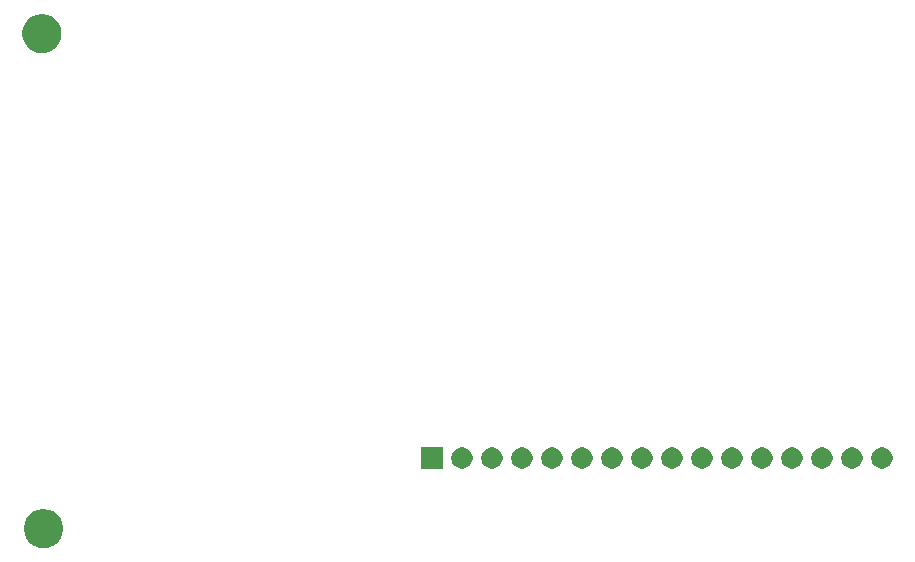
<source format=gbr>
G04 #@! TF.GenerationSoftware,KiCad,Pcbnew,(5.1.5)-3*
G04 #@! TF.CreationDate,2020-05-02T01:09:43+02:00*
G04 #@! TF.ProjectId,inkplateclone,696e6b70-6c61-4746-9563-6c6f6e652e6b,rev?*
G04 #@! TF.SameCoordinates,Original*
G04 #@! TF.FileFunction,Soldermask,Bot*
G04 #@! TF.FilePolarity,Negative*
%FSLAX46Y46*%
G04 Gerber Fmt 4.6, Leading zero omitted, Abs format (unit mm)*
G04 Created by KiCad (PCBNEW (5.1.5)-3) date 2020-05-02 01:09:43*
%MOMM*%
%LPD*%
G04 APERTURE LIST*
%ADD10C,0.100000*%
G04 APERTURE END LIST*
D10*
G36*
X61716256Y-109706798D02*
G01*
X61822579Y-109727947D01*
X62123042Y-109852403D01*
X62393451Y-110033085D01*
X62623415Y-110263049D01*
X62804097Y-110533458D01*
X62928553Y-110833921D01*
X62992000Y-111152891D01*
X62992000Y-111478109D01*
X62928553Y-111797079D01*
X62804097Y-112097542D01*
X62623415Y-112367951D01*
X62393451Y-112597915D01*
X62123042Y-112778597D01*
X61822579Y-112903053D01*
X61716256Y-112924202D01*
X61503611Y-112966500D01*
X61178389Y-112966500D01*
X60965744Y-112924202D01*
X60859421Y-112903053D01*
X60558958Y-112778597D01*
X60288549Y-112597915D01*
X60058585Y-112367951D01*
X59877903Y-112097542D01*
X59753447Y-111797079D01*
X59690000Y-111478109D01*
X59690000Y-111152891D01*
X59753447Y-110833921D01*
X59877903Y-110533458D01*
X60058585Y-110263049D01*
X60288549Y-110033085D01*
X60558958Y-109852403D01*
X60859421Y-109727947D01*
X60965744Y-109706798D01*
X61178389Y-109664500D01*
X61503611Y-109664500D01*
X61716256Y-109706798D01*
G37*
G36*
X96887512Y-104450427D02*
G01*
X97036812Y-104480124D01*
X97200784Y-104548044D01*
X97348354Y-104646647D01*
X97473853Y-104772146D01*
X97572456Y-104919716D01*
X97640376Y-105083688D01*
X97675000Y-105257759D01*
X97675000Y-105435241D01*
X97640376Y-105609312D01*
X97572456Y-105773284D01*
X97473853Y-105920854D01*
X97348354Y-106046353D01*
X97200784Y-106144956D01*
X97036812Y-106212876D01*
X96887512Y-106242573D01*
X96862742Y-106247500D01*
X96685258Y-106247500D01*
X96660488Y-106242573D01*
X96511188Y-106212876D01*
X96347216Y-106144956D01*
X96199646Y-106046353D01*
X96074147Y-105920854D01*
X95975544Y-105773284D01*
X95907624Y-105609312D01*
X95873000Y-105435241D01*
X95873000Y-105257759D01*
X95907624Y-105083688D01*
X95975544Y-104919716D01*
X96074147Y-104772146D01*
X96199646Y-104646647D01*
X96347216Y-104548044D01*
X96511188Y-104480124D01*
X96660488Y-104450427D01*
X96685258Y-104445500D01*
X96862742Y-104445500D01*
X96887512Y-104450427D01*
G37*
G36*
X95135000Y-106247500D02*
G01*
X93333000Y-106247500D01*
X93333000Y-104445500D01*
X95135000Y-104445500D01*
X95135000Y-106247500D01*
G37*
G36*
X132447512Y-104450427D02*
G01*
X132596812Y-104480124D01*
X132760784Y-104548044D01*
X132908354Y-104646647D01*
X133033853Y-104772146D01*
X133132456Y-104919716D01*
X133200376Y-105083688D01*
X133235000Y-105257759D01*
X133235000Y-105435241D01*
X133200376Y-105609312D01*
X133132456Y-105773284D01*
X133033853Y-105920854D01*
X132908354Y-106046353D01*
X132760784Y-106144956D01*
X132596812Y-106212876D01*
X132447512Y-106242573D01*
X132422742Y-106247500D01*
X132245258Y-106247500D01*
X132220488Y-106242573D01*
X132071188Y-106212876D01*
X131907216Y-106144956D01*
X131759646Y-106046353D01*
X131634147Y-105920854D01*
X131535544Y-105773284D01*
X131467624Y-105609312D01*
X131433000Y-105435241D01*
X131433000Y-105257759D01*
X131467624Y-105083688D01*
X131535544Y-104919716D01*
X131634147Y-104772146D01*
X131759646Y-104646647D01*
X131907216Y-104548044D01*
X132071188Y-104480124D01*
X132220488Y-104450427D01*
X132245258Y-104445500D01*
X132422742Y-104445500D01*
X132447512Y-104450427D01*
G37*
G36*
X129907512Y-104450427D02*
G01*
X130056812Y-104480124D01*
X130220784Y-104548044D01*
X130368354Y-104646647D01*
X130493853Y-104772146D01*
X130592456Y-104919716D01*
X130660376Y-105083688D01*
X130695000Y-105257759D01*
X130695000Y-105435241D01*
X130660376Y-105609312D01*
X130592456Y-105773284D01*
X130493853Y-105920854D01*
X130368354Y-106046353D01*
X130220784Y-106144956D01*
X130056812Y-106212876D01*
X129907512Y-106242573D01*
X129882742Y-106247500D01*
X129705258Y-106247500D01*
X129680488Y-106242573D01*
X129531188Y-106212876D01*
X129367216Y-106144956D01*
X129219646Y-106046353D01*
X129094147Y-105920854D01*
X128995544Y-105773284D01*
X128927624Y-105609312D01*
X128893000Y-105435241D01*
X128893000Y-105257759D01*
X128927624Y-105083688D01*
X128995544Y-104919716D01*
X129094147Y-104772146D01*
X129219646Y-104646647D01*
X129367216Y-104548044D01*
X129531188Y-104480124D01*
X129680488Y-104450427D01*
X129705258Y-104445500D01*
X129882742Y-104445500D01*
X129907512Y-104450427D01*
G37*
G36*
X127367512Y-104450427D02*
G01*
X127516812Y-104480124D01*
X127680784Y-104548044D01*
X127828354Y-104646647D01*
X127953853Y-104772146D01*
X128052456Y-104919716D01*
X128120376Y-105083688D01*
X128155000Y-105257759D01*
X128155000Y-105435241D01*
X128120376Y-105609312D01*
X128052456Y-105773284D01*
X127953853Y-105920854D01*
X127828354Y-106046353D01*
X127680784Y-106144956D01*
X127516812Y-106212876D01*
X127367512Y-106242573D01*
X127342742Y-106247500D01*
X127165258Y-106247500D01*
X127140488Y-106242573D01*
X126991188Y-106212876D01*
X126827216Y-106144956D01*
X126679646Y-106046353D01*
X126554147Y-105920854D01*
X126455544Y-105773284D01*
X126387624Y-105609312D01*
X126353000Y-105435241D01*
X126353000Y-105257759D01*
X126387624Y-105083688D01*
X126455544Y-104919716D01*
X126554147Y-104772146D01*
X126679646Y-104646647D01*
X126827216Y-104548044D01*
X126991188Y-104480124D01*
X127140488Y-104450427D01*
X127165258Y-104445500D01*
X127342742Y-104445500D01*
X127367512Y-104450427D01*
G37*
G36*
X124827512Y-104450427D02*
G01*
X124976812Y-104480124D01*
X125140784Y-104548044D01*
X125288354Y-104646647D01*
X125413853Y-104772146D01*
X125512456Y-104919716D01*
X125580376Y-105083688D01*
X125615000Y-105257759D01*
X125615000Y-105435241D01*
X125580376Y-105609312D01*
X125512456Y-105773284D01*
X125413853Y-105920854D01*
X125288354Y-106046353D01*
X125140784Y-106144956D01*
X124976812Y-106212876D01*
X124827512Y-106242573D01*
X124802742Y-106247500D01*
X124625258Y-106247500D01*
X124600488Y-106242573D01*
X124451188Y-106212876D01*
X124287216Y-106144956D01*
X124139646Y-106046353D01*
X124014147Y-105920854D01*
X123915544Y-105773284D01*
X123847624Y-105609312D01*
X123813000Y-105435241D01*
X123813000Y-105257759D01*
X123847624Y-105083688D01*
X123915544Y-104919716D01*
X124014147Y-104772146D01*
X124139646Y-104646647D01*
X124287216Y-104548044D01*
X124451188Y-104480124D01*
X124600488Y-104450427D01*
X124625258Y-104445500D01*
X124802742Y-104445500D01*
X124827512Y-104450427D01*
G37*
G36*
X122287512Y-104450427D02*
G01*
X122436812Y-104480124D01*
X122600784Y-104548044D01*
X122748354Y-104646647D01*
X122873853Y-104772146D01*
X122972456Y-104919716D01*
X123040376Y-105083688D01*
X123075000Y-105257759D01*
X123075000Y-105435241D01*
X123040376Y-105609312D01*
X122972456Y-105773284D01*
X122873853Y-105920854D01*
X122748354Y-106046353D01*
X122600784Y-106144956D01*
X122436812Y-106212876D01*
X122287512Y-106242573D01*
X122262742Y-106247500D01*
X122085258Y-106247500D01*
X122060488Y-106242573D01*
X121911188Y-106212876D01*
X121747216Y-106144956D01*
X121599646Y-106046353D01*
X121474147Y-105920854D01*
X121375544Y-105773284D01*
X121307624Y-105609312D01*
X121273000Y-105435241D01*
X121273000Y-105257759D01*
X121307624Y-105083688D01*
X121375544Y-104919716D01*
X121474147Y-104772146D01*
X121599646Y-104646647D01*
X121747216Y-104548044D01*
X121911188Y-104480124D01*
X122060488Y-104450427D01*
X122085258Y-104445500D01*
X122262742Y-104445500D01*
X122287512Y-104450427D01*
G37*
G36*
X119747512Y-104450427D02*
G01*
X119896812Y-104480124D01*
X120060784Y-104548044D01*
X120208354Y-104646647D01*
X120333853Y-104772146D01*
X120432456Y-104919716D01*
X120500376Y-105083688D01*
X120535000Y-105257759D01*
X120535000Y-105435241D01*
X120500376Y-105609312D01*
X120432456Y-105773284D01*
X120333853Y-105920854D01*
X120208354Y-106046353D01*
X120060784Y-106144956D01*
X119896812Y-106212876D01*
X119747512Y-106242573D01*
X119722742Y-106247500D01*
X119545258Y-106247500D01*
X119520488Y-106242573D01*
X119371188Y-106212876D01*
X119207216Y-106144956D01*
X119059646Y-106046353D01*
X118934147Y-105920854D01*
X118835544Y-105773284D01*
X118767624Y-105609312D01*
X118733000Y-105435241D01*
X118733000Y-105257759D01*
X118767624Y-105083688D01*
X118835544Y-104919716D01*
X118934147Y-104772146D01*
X119059646Y-104646647D01*
X119207216Y-104548044D01*
X119371188Y-104480124D01*
X119520488Y-104450427D01*
X119545258Y-104445500D01*
X119722742Y-104445500D01*
X119747512Y-104450427D01*
G37*
G36*
X117207512Y-104450427D02*
G01*
X117356812Y-104480124D01*
X117520784Y-104548044D01*
X117668354Y-104646647D01*
X117793853Y-104772146D01*
X117892456Y-104919716D01*
X117960376Y-105083688D01*
X117995000Y-105257759D01*
X117995000Y-105435241D01*
X117960376Y-105609312D01*
X117892456Y-105773284D01*
X117793853Y-105920854D01*
X117668354Y-106046353D01*
X117520784Y-106144956D01*
X117356812Y-106212876D01*
X117207512Y-106242573D01*
X117182742Y-106247500D01*
X117005258Y-106247500D01*
X116980488Y-106242573D01*
X116831188Y-106212876D01*
X116667216Y-106144956D01*
X116519646Y-106046353D01*
X116394147Y-105920854D01*
X116295544Y-105773284D01*
X116227624Y-105609312D01*
X116193000Y-105435241D01*
X116193000Y-105257759D01*
X116227624Y-105083688D01*
X116295544Y-104919716D01*
X116394147Y-104772146D01*
X116519646Y-104646647D01*
X116667216Y-104548044D01*
X116831188Y-104480124D01*
X116980488Y-104450427D01*
X117005258Y-104445500D01*
X117182742Y-104445500D01*
X117207512Y-104450427D01*
G37*
G36*
X114667512Y-104450427D02*
G01*
X114816812Y-104480124D01*
X114980784Y-104548044D01*
X115128354Y-104646647D01*
X115253853Y-104772146D01*
X115352456Y-104919716D01*
X115420376Y-105083688D01*
X115455000Y-105257759D01*
X115455000Y-105435241D01*
X115420376Y-105609312D01*
X115352456Y-105773284D01*
X115253853Y-105920854D01*
X115128354Y-106046353D01*
X114980784Y-106144956D01*
X114816812Y-106212876D01*
X114667512Y-106242573D01*
X114642742Y-106247500D01*
X114465258Y-106247500D01*
X114440488Y-106242573D01*
X114291188Y-106212876D01*
X114127216Y-106144956D01*
X113979646Y-106046353D01*
X113854147Y-105920854D01*
X113755544Y-105773284D01*
X113687624Y-105609312D01*
X113653000Y-105435241D01*
X113653000Y-105257759D01*
X113687624Y-105083688D01*
X113755544Y-104919716D01*
X113854147Y-104772146D01*
X113979646Y-104646647D01*
X114127216Y-104548044D01*
X114291188Y-104480124D01*
X114440488Y-104450427D01*
X114465258Y-104445500D01*
X114642742Y-104445500D01*
X114667512Y-104450427D01*
G37*
G36*
X112127512Y-104450427D02*
G01*
X112276812Y-104480124D01*
X112440784Y-104548044D01*
X112588354Y-104646647D01*
X112713853Y-104772146D01*
X112812456Y-104919716D01*
X112880376Y-105083688D01*
X112915000Y-105257759D01*
X112915000Y-105435241D01*
X112880376Y-105609312D01*
X112812456Y-105773284D01*
X112713853Y-105920854D01*
X112588354Y-106046353D01*
X112440784Y-106144956D01*
X112276812Y-106212876D01*
X112127512Y-106242573D01*
X112102742Y-106247500D01*
X111925258Y-106247500D01*
X111900488Y-106242573D01*
X111751188Y-106212876D01*
X111587216Y-106144956D01*
X111439646Y-106046353D01*
X111314147Y-105920854D01*
X111215544Y-105773284D01*
X111147624Y-105609312D01*
X111113000Y-105435241D01*
X111113000Y-105257759D01*
X111147624Y-105083688D01*
X111215544Y-104919716D01*
X111314147Y-104772146D01*
X111439646Y-104646647D01*
X111587216Y-104548044D01*
X111751188Y-104480124D01*
X111900488Y-104450427D01*
X111925258Y-104445500D01*
X112102742Y-104445500D01*
X112127512Y-104450427D01*
G37*
G36*
X109587512Y-104450427D02*
G01*
X109736812Y-104480124D01*
X109900784Y-104548044D01*
X110048354Y-104646647D01*
X110173853Y-104772146D01*
X110272456Y-104919716D01*
X110340376Y-105083688D01*
X110375000Y-105257759D01*
X110375000Y-105435241D01*
X110340376Y-105609312D01*
X110272456Y-105773284D01*
X110173853Y-105920854D01*
X110048354Y-106046353D01*
X109900784Y-106144956D01*
X109736812Y-106212876D01*
X109587512Y-106242573D01*
X109562742Y-106247500D01*
X109385258Y-106247500D01*
X109360488Y-106242573D01*
X109211188Y-106212876D01*
X109047216Y-106144956D01*
X108899646Y-106046353D01*
X108774147Y-105920854D01*
X108675544Y-105773284D01*
X108607624Y-105609312D01*
X108573000Y-105435241D01*
X108573000Y-105257759D01*
X108607624Y-105083688D01*
X108675544Y-104919716D01*
X108774147Y-104772146D01*
X108899646Y-104646647D01*
X109047216Y-104548044D01*
X109211188Y-104480124D01*
X109360488Y-104450427D01*
X109385258Y-104445500D01*
X109562742Y-104445500D01*
X109587512Y-104450427D01*
G37*
G36*
X107047512Y-104450427D02*
G01*
X107196812Y-104480124D01*
X107360784Y-104548044D01*
X107508354Y-104646647D01*
X107633853Y-104772146D01*
X107732456Y-104919716D01*
X107800376Y-105083688D01*
X107835000Y-105257759D01*
X107835000Y-105435241D01*
X107800376Y-105609312D01*
X107732456Y-105773284D01*
X107633853Y-105920854D01*
X107508354Y-106046353D01*
X107360784Y-106144956D01*
X107196812Y-106212876D01*
X107047512Y-106242573D01*
X107022742Y-106247500D01*
X106845258Y-106247500D01*
X106820488Y-106242573D01*
X106671188Y-106212876D01*
X106507216Y-106144956D01*
X106359646Y-106046353D01*
X106234147Y-105920854D01*
X106135544Y-105773284D01*
X106067624Y-105609312D01*
X106033000Y-105435241D01*
X106033000Y-105257759D01*
X106067624Y-105083688D01*
X106135544Y-104919716D01*
X106234147Y-104772146D01*
X106359646Y-104646647D01*
X106507216Y-104548044D01*
X106671188Y-104480124D01*
X106820488Y-104450427D01*
X106845258Y-104445500D01*
X107022742Y-104445500D01*
X107047512Y-104450427D01*
G37*
G36*
X104507512Y-104450427D02*
G01*
X104656812Y-104480124D01*
X104820784Y-104548044D01*
X104968354Y-104646647D01*
X105093853Y-104772146D01*
X105192456Y-104919716D01*
X105260376Y-105083688D01*
X105295000Y-105257759D01*
X105295000Y-105435241D01*
X105260376Y-105609312D01*
X105192456Y-105773284D01*
X105093853Y-105920854D01*
X104968354Y-106046353D01*
X104820784Y-106144956D01*
X104656812Y-106212876D01*
X104507512Y-106242573D01*
X104482742Y-106247500D01*
X104305258Y-106247500D01*
X104280488Y-106242573D01*
X104131188Y-106212876D01*
X103967216Y-106144956D01*
X103819646Y-106046353D01*
X103694147Y-105920854D01*
X103595544Y-105773284D01*
X103527624Y-105609312D01*
X103493000Y-105435241D01*
X103493000Y-105257759D01*
X103527624Y-105083688D01*
X103595544Y-104919716D01*
X103694147Y-104772146D01*
X103819646Y-104646647D01*
X103967216Y-104548044D01*
X104131188Y-104480124D01*
X104280488Y-104450427D01*
X104305258Y-104445500D01*
X104482742Y-104445500D01*
X104507512Y-104450427D01*
G37*
G36*
X101967512Y-104450427D02*
G01*
X102116812Y-104480124D01*
X102280784Y-104548044D01*
X102428354Y-104646647D01*
X102553853Y-104772146D01*
X102652456Y-104919716D01*
X102720376Y-105083688D01*
X102755000Y-105257759D01*
X102755000Y-105435241D01*
X102720376Y-105609312D01*
X102652456Y-105773284D01*
X102553853Y-105920854D01*
X102428354Y-106046353D01*
X102280784Y-106144956D01*
X102116812Y-106212876D01*
X101967512Y-106242573D01*
X101942742Y-106247500D01*
X101765258Y-106247500D01*
X101740488Y-106242573D01*
X101591188Y-106212876D01*
X101427216Y-106144956D01*
X101279646Y-106046353D01*
X101154147Y-105920854D01*
X101055544Y-105773284D01*
X100987624Y-105609312D01*
X100953000Y-105435241D01*
X100953000Y-105257759D01*
X100987624Y-105083688D01*
X101055544Y-104919716D01*
X101154147Y-104772146D01*
X101279646Y-104646647D01*
X101427216Y-104548044D01*
X101591188Y-104480124D01*
X101740488Y-104450427D01*
X101765258Y-104445500D01*
X101942742Y-104445500D01*
X101967512Y-104450427D01*
G37*
G36*
X99427512Y-104450427D02*
G01*
X99576812Y-104480124D01*
X99740784Y-104548044D01*
X99888354Y-104646647D01*
X100013853Y-104772146D01*
X100112456Y-104919716D01*
X100180376Y-105083688D01*
X100215000Y-105257759D01*
X100215000Y-105435241D01*
X100180376Y-105609312D01*
X100112456Y-105773284D01*
X100013853Y-105920854D01*
X99888354Y-106046353D01*
X99740784Y-106144956D01*
X99576812Y-106212876D01*
X99427512Y-106242573D01*
X99402742Y-106247500D01*
X99225258Y-106247500D01*
X99200488Y-106242573D01*
X99051188Y-106212876D01*
X98887216Y-106144956D01*
X98739646Y-106046353D01*
X98614147Y-105920854D01*
X98515544Y-105773284D01*
X98447624Y-105609312D01*
X98413000Y-105435241D01*
X98413000Y-105257759D01*
X98447624Y-105083688D01*
X98515544Y-104919716D01*
X98614147Y-104772146D01*
X98739646Y-104646647D01*
X98887216Y-104548044D01*
X99051188Y-104480124D01*
X99200488Y-104450427D01*
X99225258Y-104445500D01*
X99402742Y-104445500D01*
X99427512Y-104450427D01*
G37*
G36*
X61589256Y-67796798D02*
G01*
X61695579Y-67817947D01*
X61996042Y-67942403D01*
X62266451Y-68123085D01*
X62496415Y-68353049D01*
X62677097Y-68623458D01*
X62801553Y-68923921D01*
X62865000Y-69242891D01*
X62865000Y-69568109D01*
X62801553Y-69887079D01*
X62677097Y-70187542D01*
X62496415Y-70457951D01*
X62266451Y-70687915D01*
X61996042Y-70868597D01*
X61695579Y-70993053D01*
X61589256Y-71014202D01*
X61376611Y-71056500D01*
X61051389Y-71056500D01*
X60838744Y-71014202D01*
X60732421Y-70993053D01*
X60431958Y-70868597D01*
X60161549Y-70687915D01*
X59931585Y-70457951D01*
X59750903Y-70187542D01*
X59626447Y-69887079D01*
X59563000Y-69568109D01*
X59563000Y-69242891D01*
X59626447Y-68923921D01*
X59750903Y-68623458D01*
X59931585Y-68353049D01*
X60161549Y-68123085D01*
X60431958Y-67942403D01*
X60732421Y-67817947D01*
X60838744Y-67796798D01*
X61051389Y-67754500D01*
X61376611Y-67754500D01*
X61589256Y-67796798D01*
G37*
M02*

</source>
